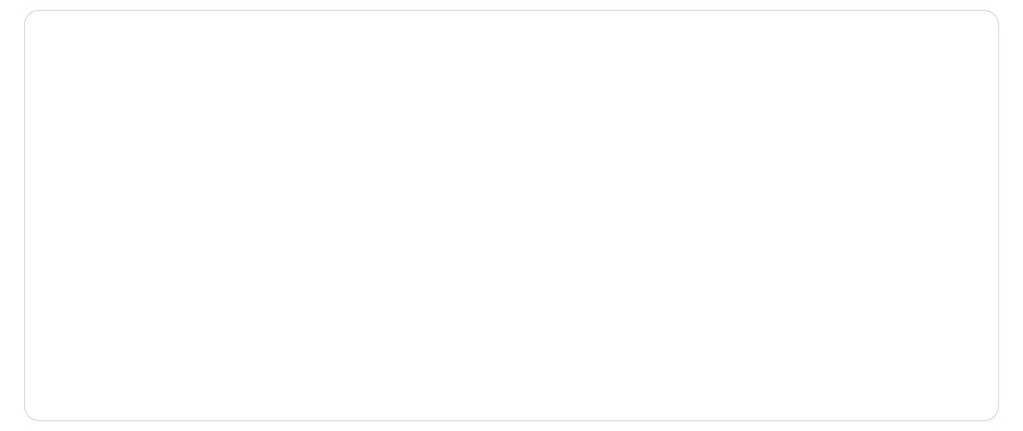
<source format=gbr>
%TF.GenerationSoftware,KiCad,Pcbnew,(5.1.6)-1*%
%TF.CreationDate,2020-09-27T19:15:21-04:00*%
%TF.ProjectId,keybored,6b657962-6f72-4656-942e-6b696361645f,rev?*%
%TF.SameCoordinates,Original*%
%TF.FileFunction,Profile,NP*%
%FSLAX46Y46*%
G04 Gerber Fmt 4.6, Leading zero omitted, Abs format (unit mm)*
G04 Created by KiCad (PCBNEW (5.1.6)-1) date 2020-09-27 19:15:21*
%MOMM*%
%LPD*%
G01*
G04 APERTURE LIST*
%TA.AperFunction,Profile*%
%ADD10C,0.050000*%
%TD*%
G04 APERTURE END LIST*
D10*
X61912500Y-207168750D02*
G75*
G02*
X57150000Y-202406250I0J4762500D01*
G01*
X373856250Y-202406250D02*
G75*
G02*
X369093750Y-207168750I-4762500J0D01*
G01*
X369093750Y-73818750D02*
G75*
G02*
X373856250Y-78581250I0J-4762500D01*
G01*
X57150000Y-78581250D02*
G75*
G02*
X61912500Y-73818750I4762500J0D01*
G01*
X364331250Y-73818750D02*
X369093750Y-73818750D01*
X373856250Y-78581250D02*
X373856250Y-202406250D01*
X369093750Y-207168750D02*
X61912500Y-207168750D01*
X57150000Y-78581250D02*
X57150000Y-202406250D01*
X61912500Y-73818750D02*
X364331250Y-73818750D01*
M02*

</source>
